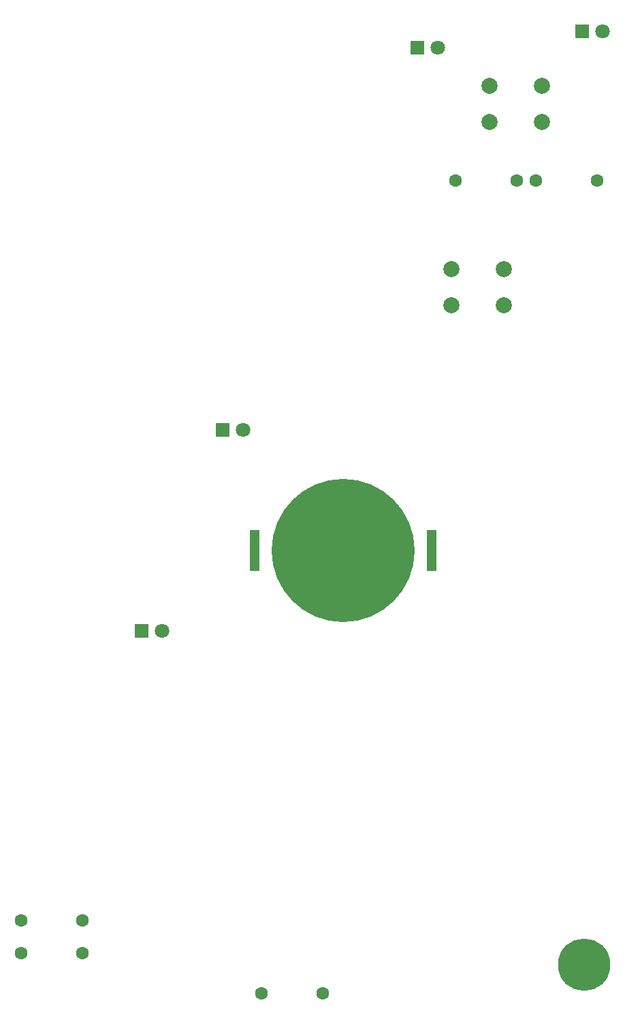
<source format=gbr>
%TF.GenerationSoftware,KiCad,Pcbnew,9.0.2*%
%TF.CreationDate,2025-06-05T12:57:38-04:00*%
%TF.ProjectId,athena workshop,61746865-6e61-4207-976f-726b73686f70,rev?*%
%TF.SameCoordinates,Original*%
%TF.FileFunction,Soldermask,Bot*%
%TF.FilePolarity,Negative*%
%FSLAX46Y46*%
G04 Gerber Fmt 4.6, Leading zero omitted, Abs format (unit mm)*
G04 Created by KiCad (PCBNEW 9.0.2) date 2025-06-05 12:57:38*
%MOMM*%
%LPD*%
G01*
G04 APERTURE LIST*
%ADD10C,1.600000*%
%ADD11R,1.800000X1.800000*%
%ADD12C,1.800000*%
%ADD13C,2.000000*%
%ADD14C,6.500000*%
%ADD15R,1.270000X5.080000*%
%ADD16C,17.800000*%
G04 APERTURE END LIST*
D10*
%TO.C,R3*%
X102500000Y-160000000D03*
X94880000Y-160000000D03*
%TD*%
%TO.C,R5*%
X72620000Y-155000000D03*
X65000000Y-155000000D03*
%TD*%
%TO.C,R4*%
X65000000Y-150950000D03*
X72620000Y-150950000D03*
%TD*%
D11*
%TO.C,D3*%
X90000000Y-90000000D03*
D12*
X92540000Y-90000000D03*
%TD*%
D11*
%TO.C,D4*%
X80000000Y-115000000D03*
D12*
X82540000Y-115000000D03*
%TD*%
D13*
%TO.C,SW2*%
X118500000Y-70000000D03*
X125000000Y-70000000D03*
X118500000Y-74500000D03*
X125000000Y-74500000D03*
%TD*%
D14*
%TO.C,REF\u002A\u002A*%
X135000000Y-156500000D03*
%TD*%
D13*
%TO.C,SW1*%
X123250000Y-47250000D03*
X129750000Y-47250000D03*
X123250000Y-51750000D03*
X129750000Y-51750000D03*
%TD*%
D11*
%TO.C,D2*%
X134725000Y-40500000D03*
D12*
X137265000Y-40500000D03*
%TD*%
D10*
%TO.C,R2*%
X119000000Y-59000000D03*
X126620000Y-59000000D03*
%TD*%
D11*
%TO.C,D1*%
X114225000Y-42500000D03*
D12*
X116765000Y-42500000D03*
%TD*%
D10*
%TO.C,R1*%
X129000000Y-59000000D03*
X136620000Y-59000000D03*
%TD*%
D15*
%TO.C,BT1*%
X115985000Y-105000000D03*
X94015000Y-105000000D03*
D16*
X105000000Y-105000000D03*
%TD*%
M02*

</source>
